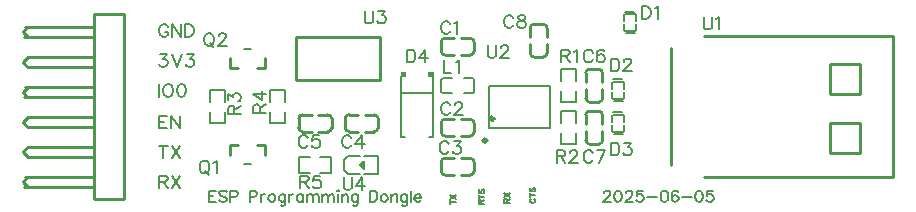
<source format=gto>
G04 Layer: TopSilkscreenLayer*
G04 EasyEDA v6.5.50, 2025-07-01 14:26:41*
G04 10da637b71844612bdca41047c5aba70,f23c0848bd594b818c0f9a27fb038be7,10*
G04 Gerber Generator version 0.2*
G04 Scale: 100 percent, Rotated: No, Reflected: No *
G04 Dimensions in millimeters *
G04 leading zeros omitted , absolute positions ,4 integer and 5 decimal *
%FSLAX45Y45*%
%MOMM*%

%ADD10C,0.2032*%
%ADD11C,0.1524*%
%ADD12C,0.1500*%
%ADD13C,0.2540*%
%ADD14C,0.1520*%
%ADD15C,0.2000*%
%ADD16C,0.3000*%
%ADD17C,0.0140*%

%LPD*%
D10*
X1447800Y8178037D02*
G01*
X1447800Y8082534D01*
X1447800Y8178037D02*
G01*
X1506981Y8178037D01*
X1447800Y8132571D02*
G01*
X1484121Y8132571D01*
X1447800Y8082534D02*
G01*
X1506981Y8082534D01*
X1600454Y8164576D02*
G01*
X1591310Y8173465D01*
X1577847Y8178037D01*
X1559560Y8178037D01*
X1546097Y8173465D01*
X1536954Y8164576D01*
X1536954Y8155431D01*
X1541526Y8146287D01*
X1546097Y8141715D01*
X1554987Y8137144D01*
X1582420Y8128000D01*
X1591310Y8123681D01*
X1595881Y8119110D01*
X1600454Y8109965D01*
X1600454Y8096250D01*
X1591310Y8087105D01*
X1577847Y8082534D01*
X1559560Y8082534D01*
X1546097Y8087105D01*
X1536954Y8096250D01*
X1630426Y8178037D02*
G01*
X1630426Y8082534D01*
X1630426Y8178037D02*
G01*
X1671320Y8178037D01*
X1685036Y8173465D01*
X1689607Y8168894D01*
X1694179Y8160004D01*
X1694179Y8146287D01*
X1689607Y8137144D01*
X1685036Y8132571D01*
X1671320Y8128000D01*
X1630426Y8128000D01*
X1794255Y8178037D02*
G01*
X1794255Y8082534D01*
X1794255Y8178037D02*
G01*
X1835150Y8178037D01*
X1848612Y8173465D01*
X1853184Y8168894D01*
X1857755Y8160004D01*
X1857755Y8146287D01*
X1853184Y8137144D01*
X1848612Y8132571D01*
X1835150Y8128000D01*
X1794255Y8128000D01*
X1887728Y8146287D02*
G01*
X1887728Y8082534D01*
X1887728Y8119110D02*
G01*
X1892300Y8132571D01*
X1901444Y8141715D01*
X1910587Y8146287D01*
X1924050Y8146287D01*
X1976881Y8146287D02*
G01*
X1967738Y8141715D01*
X1958593Y8132571D01*
X1954275Y8119110D01*
X1954275Y8109965D01*
X1958593Y8096250D01*
X1967738Y8087105D01*
X1976881Y8082534D01*
X1990597Y8082534D01*
X1999741Y8087105D01*
X2008631Y8096250D01*
X2013204Y8109965D01*
X2013204Y8119110D01*
X2008631Y8132571D01*
X1999741Y8141715D01*
X1990597Y8146287D01*
X1976881Y8146287D01*
X2097786Y8146287D02*
G01*
X2097786Y8073644D01*
X2093213Y8059928D01*
X2088641Y8055355D01*
X2079497Y8050784D01*
X2066036Y8050784D01*
X2056891Y8055355D01*
X2097786Y8132571D02*
G01*
X2088641Y8141715D01*
X2079497Y8146287D01*
X2066036Y8146287D01*
X2056891Y8141715D01*
X2047747Y8132571D01*
X2043175Y8119110D01*
X2043175Y8109965D01*
X2047747Y8096250D01*
X2056891Y8087105D01*
X2066036Y8082534D01*
X2079497Y8082534D01*
X2088641Y8087105D01*
X2097786Y8096250D01*
X2127758Y8146287D02*
G01*
X2127758Y8082534D01*
X2127758Y8119110D02*
G01*
X2132329Y8132571D01*
X2141474Y8141715D01*
X2150618Y8146287D01*
X2164079Y8146287D01*
X2248661Y8146287D02*
G01*
X2248661Y8082534D01*
X2248661Y8132571D02*
G01*
X2239518Y8141715D01*
X2230627Y8146287D01*
X2216911Y8146287D01*
X2207768Y8141715D01*
X2198624Y8132571D01*
X2194052Y8119110D01*
X2194052Y8109965D01*
X2198624Y8096250D01*
X2207768Y8087105D01*
X2216911Y8082534D01*
X2230627Y8082534D01*
X2239518Y8087105D01*
X2248661Y8096250D01*
X2278634Y8146287D02*
G01*
X2278634Y8082534D01*
X2278634Y8128000D02*
G01*
X2292350Y8141715D01*
X2301493Y8146287D01*
X2314956Y8146287D01*
X2324100Y8141715D01*
X2328672Y8128000D01*
X2328672Y8082534D01*
X2328672Y8128000D02*
G01*
X2342388Y8141715D01*
X2351531Y8146287D01*
X2364993Y8146287D01*
X2374138Y8141715D01*
X2378709Y8128000D01*
X2378709Y8082534D01*
X2408681Y8146287D02*
G01*
X2408681Y8082534D01*
X2408681Y8128000D02*
G01*
X2422397Y8141715D01*
X2431541Y8146287D01*
X2445004Y8146287D01*
X2454147Y8141715D01*
X2458720Y8128000D01*
X2458720Y8082534D01*
X2458720Y8128000D02*
G01*
X2472436Y8141715D01*
X2481325Y8146287D01*
X2495041Y8146287D01*
X2504186Y8141715D01*
X2508758Y8128000D01*
X2508758Y8082534D01*
X2538729Y8178037D02*
G01*
X2543302Y8173465D01*
X2547874Y8178037D01*
X2543302Y8182610D01*
X2538729Y8178037D01*
X2543302Y8146287D02*
G01*
X2543302Y8082534D01*
X2577845Y8146287D02*
G01*
X2577845Y8082534D01*
X2577845Y8128000D02*
G01*
X2591308Y8141715D01*
X2600452Y8146287D01*
X2614168Y8146287D01*
X2623311Y8141715D01*
X2627884Y8128000D01*
X2627884Y8082534D01*
X2712465Y8146287D02*
G01*
X2712465Y8073644D01*
X2707893Y8059928D01*
X2703322Y8055355D01*
X2694177Y8050784D01*
X2680461Y8050784D01*
X2671318Y8055355D01*
X2712465Y8132571D02*
G01*
X2703322Y8141715D01*
X2694177Y8146287D01*
X2680461Y8146287D01*
X2671318Y8141715D01*
X2662427Y8132571D01*
X2657856Y8119110D01*
X2657856Y8109965D01*
X2662427Y8096250D01*
X2671318Y8087105D01*
X2680461Y8082534D01*
X2694177Y8082534D01*
X2703322Y8087105D01*
X2712465Y8096250D01*
X2812288Y8178037D02*
G01*
X2812288Y8082534D01*
X2812288Y8178037D02*
G01*
X2844038Y8178037D01*
X2857754Y8173465D01*
X2866897Y8164576D01*
X2871470Y8155431D01*
X2876041Y8141715D01*
X2876041Y8119110D01*
X2871470Y8105394D01*
X2866897Y8096250D01*
X2857754Y8087105D01*
X2844038Y8082534D01*
X2812288Y8082534D01*
X2928620Y8146287D02*
G01*
X2919729Y8141715D01*
X2910586Y8132571D01*
X2906013Y8119110D01*
X2906013Y8109965D01*
X2910586Y8096250D01*
X2919729Y8087105D01*
X2928620Y8082534D01*
X2942336Y8082534D01*
X2951479Y8087105D01*
X2960624Y8096250D01*
X2965195Y8109965D01*
X2965195Y8119110D01*
X2960624Y8132571D01*
X2951479Y8141715D01*
X2942336Y8146287D01*
X2928620Y8146287D01*
X2995168Y8146287D02*
G01*
X2995168Y8082534D01*
X2995168Y8128000D02*
G01*
X3008629Y8141715D01*
X3017774Y8146287D01*
X3031490Y8146287D01*
X3040634Y8141715D01*
X3044952Y8128000D01*
X3044952Y8082534D01*
X3129534Y8146287D02*
G01*
X3129534Y8073644D01*
X3124961Y8059928D01*
X3120643Y8055355D01*
X3111500Y8050784D01*
X3097784Y8050784D01*
X3088640Y8055355D01*
X3129534Y8132571D02*
G01*
X3120643Y8141715D01*
X3111500Y8146287D01*
X3097784Y8146287D01*
X3088640Y8141715D01*
X3079495Y8132571D01*
X3075177Y8119110D01*
X3075177Y8109965D01*
X3079495Y8096250D01*
X3088640Y8087105D01*
X3097784Y8082534D01*
X3111500Y8082534D01*
X3120643Y8087105D01*
X3129534Y8096250D01*
X3159506Y8178037D02*
G01*
X3159506Y8082534D01*
X3189731Y8119110D02*
G01*
X3244088Y8119110D01*
X3244088Y8128000D01*
X3239515Y8137144D01*
X3234943Y8141715D01*
X3226054Y8146287D01*
X3212338Y8146287D01*
X3203193Y8141715D01*
X3194050Y8132571D01*
X3189731Y8119110D01*
X3189731Y8109965D01*
X3194050Y8096250D01*
X3203193Y8087105D01*
X3212338Y8082534D01*
X3226054Y8082534D01*
X3234943Y8087105D01*
X3244088Y8096250D01*
X4792472Y8155431D02*
G01*
X4792472Y8160004D01*
X4797043Y8168894D01*
X4801615Y8173465D01*
X4810506Y8178037D01*
X4828793Y8178037D01*
X4837938Y8173465D01*
X4842509Y8168894D01*
X4847081Y8160004D01*
X4847081Y8150860D01*
X4842509Y8141715D01*
X4833365Y8128000D01*
X4787900Y8082534D01*
X4851654Y8082534D01*
X4908804Y8178037D02*
G01*
X4895088Y8173465D01*
X4886197Y8160004D01*
X4881625Y8137144D01*
X4881625Y8123681D01*
X4886197Y8100821D01*
X4895088Y8087105D01*
X4908804Y8082534D01*
X4917947Y8082534D01*
X4931409Y8087105D01*
X4940554Y8100821D01*
X4945125Y8123681D01*
X4945125Y8137144D01*
X4940554Y8160004D01*
X4931409Y8173465D01*
X4917947Y8178037D01*
X4908804Y8178037D01*
X4979670Y8155431D02*
G01*
X4979670Y8160004D01*
X4984241Y8168894D01*
X4988813Y8173465D01*
X4997958Y8178037D01*
X5015991Y8178037D01*
X5025136Y8173465D01*
X5029708Y8168894D01*
X5034279Y8160004D01*
X5034279Y8150860D01*
X5029708Y8141715D01*
X5020563Y8128000D01*
X4975097Y8082534D01*
X5038852Y8082534D01*
X5123434Y8178037D02*
G01*
X5077968Y8178037D01*
X5073395Y8137144D01*
X5077968Y8141715D01*
X5091429Y8146287D01*
X5105145Y8146287D01*
X5118861Y8141715D01*
X5128006Y8132571D01*
X5132324Y8119110D01*
X5132324Y8109965D01*
X5128006Y8096250D01*
X5118861Y8087105D01*
X5105145Y8082534D01*
X5091429Y8082534D01*
X5077968Y8087105D01*
X5073395Y8091678D01*
X5068824Y8100821D01*
X5162550Y8123681D02*
G01*
X5244338Y8123681D01*
X5301488Y8178037D02*
G01*
X5288025Y8173465D01*
X5278881Y8160004D01*
X5274309Y8137144D01*
X5274309Y8123681D01*
X5278881Y8100821D01*
X5288025Y8087105D01*
X5301488Y8082534D01*
X5310631Y8082534D01*
X5324347Y8087105D01*
X5333238Y8100821D01*
X5337809Y8123681D01*
X5337809Y8137144D01*
X5333238Y8160004D01*
X5324347Y8173465D01*
X5310631Y8178037D01*
X5301488Y8178037D01*
X5422391Y8164576D02*
G01*
X5417820Y8173465D01*
X5404358Y8178037D01*
X5395213Y8178037D01*
X5381497Y8173465D01*
X5372354Y8160004D01*
X5367781Y8137144D01*
X5367781Y8114537D01*
X5372354Y8096250D01*
X5381497Y8087105D01*
X5395213Y8082534D01*
X5399786Y8082534D01*
X5413247Y8087105D01*
X5422391Y8096250D01*
X5426963Y8109965D01*
X5426963Y8114537D01*
X5422391Y8128000D01*
X5413247Y8137144D01*
X5399786Y8141715D01*
X5395213Y8141715D01*
X5381497Y8137144D01*
X5372354Y8128000D01*
X5367781Y8114537D01*
X5456936Y8123681D02*
G01*
X5538724Y8123681D01*
X5596127Y8178037D02*
G01*
X5582411Y8173465D01*
X5573268Y8160004D01*
X5568695Y8137144D01*
X5568695Y8123681D01*
X5573268Y8100821D01*
X5582411Y8087105D01*
X5596127Y8082534D01*
X5605272Y8082534D01*
X5618734Y8087105D01*
X5627877Y8100821D01*
X5632450Y8123681D01*
X5632450Y8137144D01*
X5627877Y8160004D01*
X5618734Y8173465D01*
X5605272Y8178037D01*
X5596127Y8178037D01*
X5717031Y8178037D02*
G01*
X5671565Y8178037D01*
X5666993Y8137144D01*
X5671565Y8141715D01*
X5685281Y8146287D01*
X5698743Y8146287D01*
X5712459Y8141715D01*
X5721604Y8132571D01*
X5726175Y8119110D01*
X5726175Y8109965D01*
X5721604Y8096250D01*
X5712459Y8087105D01*
X5698743Y8082534D01*
X5685281Y8082534D01*
X5671565Y8087105D01*
X5666993Y8091678D01*
X5662422Y8100821D01*
D11*
X1106678Y9563608D02*
G01*
X1101344Y9574021D01*
X1090929Y9584436D01*
X1080770Y9589515D01*
X1059942Y9589515D01*
X1049528Y9584436D01*
X1039113Y9574021D01*
X1033779Y9563608D01*
X1028700Y9547860D01*
X1028700Y9521952D01*
X1033779Y9506458D01*
X1039113Y9496044D01*
X1049528Y9485629D01*
X1059942Y9480550D01*
X1080770Y9480550D01*
X1090929Y9485629D01*
X1101344Y9496044D01*
X1106678Y9506458D01*
X1106678Y9521952D01*
X1080770Y9521952D02*
G01*
X1106678Y9521952D01*
X1140968Y9589515D02*
G01*
X1140968Y9480550D01*
X1140968Y9589515D02*
G01*
X1213612Y9480550D01*
X1213612Y9589515D02*
G01*
X1213612Y9480550D01*
X1247902Y9589515D02*
G01*
X1247902Y9480550D01*
X1247902Y9589515D02*
G01*
X1284223Y9589515D01*
X1299971Y9584436D01*
X1310386Y9574021D01*
X1315465Y9563608D01*
X1320800Y9547860D01*
X1320800Y9521952D01*
X1315465Y9506458D01*
X1310386Y9496044D01*
X1299971Y9485629D01*
X1284223Y9480550D01*
X1247902Y9480550D01*
X1039113Y9335515D02*
G01*
X1096263Y9335515D01*
X1065021Y9293860D01*
X1080770Y9293860D01*
X1090929Y9288779D01*
X1096263Y9283700D01*
X1101344Y9267952D01*
X1101344Y9257537D01*
X1096263Y9242044D01*
X1085850Y9231629D01*
X1070355Y9226550D01*
X1054607Y9226550D01*
X1039113Y9231629D01*
X1033779Y9236710D01*
X1028700Y9247124D01*
X1135634Y9335515D02*
G01*
X1177289Y9226550D01*
X1218945Y9335515D02*
G01*
X1177289Y9226550D01*
X1263650Y9335515D02*
G01*
X1320800Y9335515D01*
X1289557Y9293860D01*
X1305052Y9293860D01*
X1315465Y9288779D01*
X1320800Y9283700D01*
X1325879Y9267952D01*
X1325879Y9257537D01*
X1320800Y9242044D01*
X1310386Y9231629D01*
X1294637Y9226550D01*
X1279144Y9226550D01*
X1263650Y9231629D01*
X1258315Y9236710D01*
X1253236Y9247124D01*
X1028700Y9081515D02*
G01*
X1028700Y8972550D01*
X1094231Y9081515D02*
G01*
X1083818Y9076436D01*
X1073404Y9066021D01*
X1068070Y9055608D01*
X1062989Y9039860D01*
X1062989Y9013952D01*
X1068070Y8998458D01*
X1073404Y8988044D01*
X1083818Y8977629D01*
X1094231Y8972550D01*
X1115060Y8972550D01*
X1125220Y8977629D01*
X1135634Y8988044D01*
X1140968Y8998458D01*
X1146047Y9013952D01*
X1146047Y9039860D01*
X1140968Y9055608D01*
X1135634Y9066021D01*
X1125220Y9076436D01*
X1115060Y9081515D01*
X1094231Y9081515D01*
X1211579Y9081515D02*
G01*
X1196086Y9076436D01*
X1185671Y9060687D01*
X1180337Y9034779D01*
X1180337Y9019286D01*
X1185671Y8993124D01*
X1196086Y8977629D01*
X1211579Y8972550D01*
X1221994Y8972550D01*
X1237487Y8977629D01*
X1247902Y8993124D01*
X1253236Y9019286D01*
X1253236Y9034779D01*
X1247902Y9060687D01*
X1237487Y9076436D01*
X1221994Y9081515D01*
X1211579Y9081515D01*
X1028700Y8814815D02*
G01*
X1028700Y8705850D01*
X1028700Y8814815D02*
G01*
X1096263Y8814815D01*
X1028700Y8763000D02*
G01*
X1070355Y8763000D01*
X1028700Y8705850D02*
G01*
X1096263Y8705850D01*
X1130554Y8814815D02*
G01*
X1130554Y8705850D01*
X1130554Y8814815D02*
G01*
X1203197Y8705850D01*
X1203197Y8814815D02*
G01*
X1203197Y8705850D01*
X1065021Y8560815D02*
G01*
X1065021Y8451850D01*
X1028700Y8560815D02*
G01*
X1101344Y8560815D01*
X1135634Y8560815D02*
G01*
X1208531Y8451850D01*
X1208531Y8560815D02*
G01*
X1135634Y8451850D01*
X1028700Y8306815D02*
G01*
X1028700Y8197850D01*
X1028700Y8306815D02*
G01*
X1075436Y8306815D01*
X1090929Y8301736D01*
X1096263Y8296402D01*
X1101344Y8285987D01*
X1101344Y8275573D01*
X1096263Y8265160D01*
X1090929Y8260079D01*
X1075436Y8255000D01*
X1028700Y8255000D01*
X1065021Y8255000D02*
G01*
X1101344Y8197850D01*
X1135634Y8306815D02*
G01*
X1208531Y8197850D01*
X1208531Y8306815D02*
G01*
X1135634Y8197850D01*
X3492754Y8080502D02*
G01*
X3540506Y8080502D01*
X3492754Y8064500D02*
G01*
X3492754Y8096250D01*
X3492754Y8111236D02*
G01*
X3540506Y8143239D01*
X3492754Y8143239D02*
G01*
X3540506Y8111236D01*
X3949954Y8077200D02*
G01*
X3997706Y8077200D01*
X3949954Y8077200D02*
G01*
X3949954Y8097773D01*
X3952240Y8104378D01*
X3954525Y8106663D01*
X3959097Y8108950D01*
X3963670Y8108950D01*
X3968241Y8106663D01*
X3970527Y8104378D01*
X3972813Y8097773D01*
X3972813Y8077200D01*
X3972813Y8093202D02*
G01*
X3997706Y8108950D01*
X3949954Y8123936D02*
G01*
X3997706Y8155939D01*
X3949954Y8155939D02*
G01*
X3997706Y8123936D01*
X3734054Y8064500D02*
G01*
X3781806Y8064500D01*
X3734054Y8064500D02*
G01*
X3734054Y8085073D01*
X3736340Y8091678D01*
X3738625Y8093963D01*
X3743197Y8096250D01*
X3747770Y8096250D01*
X3752341Y8093963D01*
X3754627Y8091678D01*
X3756913Y8085073D01*
X3756913Y8064500D01*
X3756913Y8080502D02*
G01*
X3781806Y8096250D01*
X3734054Y8127237D02*
G01*
X3781806Y8127237D01*
X3734054Y8111236D02*
G01*
X3734054Y8143239D01*
X3740911Y8189976D02*
G01*
X3736340Y8185404D01*
X3734054Y8178545D01*
X3734054Y8169402D01*
X3736340Y8162797D01*
X3740911Y8158226D01*
X3745484Y8158226D01*
X3750056Y8160512D01*
X3752341Y8162797D01*
X3754627Y8167115D01*
X3759200Y8180831D01*
X3761486Y8185404D01*
X3763772Y8187689D01*
X3768343Y8189976D01*
X3774947Y8189976D01*
X3779520Y8185404D01*
X3781806Y8178545D01*
X3781806Y8169402D01*
X3779520Y8162797D01*
X3774947Y8158226D01*
X4177284Y8111236D02*
G01*
X4172711Y8108950D01*
X4168140Y8104378D01*
X4165854Y8099805D01*
X4165854Y8090915D01*
X4168140Y8086344D01*
X4172711Y8081771D01*
X4177284Y8079486D01*
X4184141Y8077200D01*
X4195572Y8077200D01*
X4202429Y8079486D01*
X4206747Y8081771D01*
X4211320Y8086344D01*
X4213606Y8090915D01*
X4213606Y8099805D01*
X4211320Y8104378D01*
X4206747Y8108950D01*
X4202429Y8111236D01*
X4165854Y8142223D02*
G01*
X4213606Y8142223D01*
X4165854Y8126221D02*
G01*
X4165854Y8158226D01*
X4172711Y8204962D02*
G01*
X4168140Y8200389D01*
X4165854Y8193531D01*
X4165854Y8184387D01*
X4168140Y8177529D01*
X4172711Y8173212D01*
X4177284Y8173212D01*
X4181856Y8175497D01*
X4184141Y8177529D01*
X4186427Y8182102D01*
X4191000Y8195818D01*
X4193286Y8200389D01*
X4195572Y8202676D01*
X4200143Y8204962D01*
X4206747Y8204962D01*
X4211320Y8200389D01*
X4213606Y8193531D01*
X4213606Y8184387D01*
X4211320Y8177529D01*
X4206747Y8173212D01*
X2222500Y8306815D02*
G01*
X2222500Y8197850D01*
X2222500Y8306815D02*
G01*
X2269236Y8306815D01*
X2284729Y8301736D01*
X2290063Y8296402D01*
X2295143Y8285987D01*
X2295143Y8275573D01*
X2290063Y8265160D01*
X2284729Y8260079D01*
X2269236Y8255000D01*
X2222500Y8255000D01*
X2258822Y8255000D02*
G01*
X2295143Y8197850D01*
X2391918Y8306815D02*
G01*
X2339847Y8306815D01*
X2334768Y8260079D01*
X2339847Y8265160D01*
X2355595Y8270494D01*
X2371090Y8270494D01*
X2386584Y8265160D01*
X2396997Y8255000D01*
X2402331Y8239252D01*
X2402331Y8228837D01*
X2396997Y8213344D01*
X2386584Y8202929D01*
X2371090Y8197850D01*
X2355595Y8197850D01*
X2339847Y8202929D01*
X2334768Y8208010D01*
X2329434Y8218423D01*
X2590800Y8294115D02*
G01*
X2590800Y8216137D01*
X2595879Y8200644D01*
X2606293Y8190229D01*
X2622041Y8185150D01*
X2632456Y8185150D01*
X2647950Y8190229D01*
X2658363Y8200644D01*
X2663443Y8216137D01*
X2663443Y8294115D01*
X2749804Y8294115D02*
G01*
X2697734Y8221471D01*
X2775711Y8221471D01*
X2749804Y8294115D02*
G01*
X2749804Y8185150D01*
X3494277Y9589008D02*
G01*
X3488943Y9599421D01*
X3478529Y9609836D01*
X3468370Y9614915D01*
X3447541Y9614915D01*
X3437127Y9609836D01*
X3426713Y9599421D01*
X3421379Y9589008D01*
X3416300Y9573260D01*
X3416300Y9547352D01*
X3421379Y9531858D01*
X3426713Y9521444D01*
X3437127Y9511029D01*
X3447541Y9505950D01*
X3468370Y9505950D01*
X3478529Y9511029D01*
X3488943Y9521444D01*
X3494277Y9531858D01*
X3528568Y9594087D02*
G01*
X3538981Y9599421D01*
X3554475Y9614915D01*
X3554475Y9505950D01*
X3494277Y8903208D02*
G01*
X3488943Y8913621D01*
X3478529Y8924036D01*
X3468370Y8929115D01*
X3447541Y8929115D01*
X3437127Y8924036D01*
X3426713Y8913621D01*
X3421379Y8903208D01*
X3416300Y8887460D01*
X3416300Y8861552D01*
X3421379Y8846058D01*
X3426713Y8835644D01*
X3437127Y8825229D01*
X3447541Y8820150D01*
X3468370Y8820150D01*
X3478529Y8825229D01*
X3488943Y8835644D01*
X3494277Y8846058D01*
X3533647Y8903208D02*
G01*
X3533647Y8908287D01*
X3538981Y8918702D01*
X3544061Y8924036D01*
X3554475Y8929115D01*
X3575304Y8929115D01*
X3585718Y8924036D01*
X3590797Y8918702D01*
X3596131Y8908287D01*
X3596131Y8897874D01*
X3590797Y8887460D01*
X3580384Y8871965D01*
X3528568Y8820150D01*
X3601211Y8820150D01*
X4700777Y9347708D02*
G01*
X4695443Y9358121D01*
X4685029Y9368536D01*
X4674870Y9373615D01*
X4654041Y9373615D01*
X4643627Y9368536D01*
X4633213Y9358121D01*
X4627879Y9347708D01*
X4622800Y9331960D01*
X4622800Y9306052D01*
X4627879Y9290558D01*
X4633213Y9280144D01*
X4643627Y9269729D01*
X4654041Y9264650D01*
X4674870Y9264650D01*
X4685029Y9269729D01*
X4695443Y9280144D01*
X4700777Y9290558D01*
X4797297Y9358121D02*
G01*
X4792218Y9368536D01*
X4776470Y9373615D01*
X4766309Y9373615D01*
X4750561Y9368536D01*
X4740147Y9352787D01*
X4735068Y9326879D01*
X4735068Y9300971D01*
X4740147Y9280144D01*
X4750561Y9269729D01*
X4766309Y9264650D01*
X4771390Y9264650D01*
X4786884Y9269729D01*
X4797297Y9280144D01*
X4802631Y9295637D01*
X4802631Y9300971D01*
X4797297Y9316465D01*
X4786884Y9326879D01*
X4771390Y9331960D01*
X4766309Y9331960D01*
X4750561Y9326879D01*
X4740147Y9316465D01*
X4735068Y9300971D01*
X5118100Y9741915D02*
G01*
X5118100Y9632950D01*
X5118100Y9741915D02*
G01*
X5154422Y9741915D01*
X5170170Y9736836D01*
X5180329Y9726421D01*
X5185663Y9716008D01*
X5190743Y9700260D01*
X5190743Y9674352D01*
X5185663Y9658858D01*
X5180329Y9648444D01*
X5170170Y9638029D01*
X5154422Y9632950D01*
X5118100Y9632950D01*
X5225034Y9721087D02*
G01*
X5235447Y9726421D01*
X5251195Y9741915D01*
X5251195Y9632950D01*
X4851400Y9297415D02*
G01*
X4851400Y9188450D01*
X4851400Y9297415D02*
G01*
X4887722Y9297415D01*
X4903470Y9292336D01*
X4913629Y9281921D01*
X4918963Y9271508D01*
X4924043Y9255760D01*
X4924043Y9229852D01*
X4918963Y9214358D01*
X4913629Y9203944D01*
X4903470Y9193529D01*
X4887722Y9188450D01*
X4851400Y9188450D01*
X4963668Y9271508D02*
G01*
X4963668Y9276587D01*
X4968747Y9287002D01*
X4974081Y9292336D01*
X4984495Y9297415D01*
X5005070Y9297415D01*
X5015484Y9292336D01*
X5020818Y9287002D01*
X5025897Y9276587D01*
X5025897Y9266174D01*
X5020818Y9255760D01*
X5010404Y9240265D01*
X4958334Y9188450D01*
X5031231Y9188450D01*
X4851400Y8586215D02*
G01*
X4851400Y8477250D01*
X4851400Y8586215D02*
G01*
X4887722Y8586215D01*
X4903470Y8581136D01*
X4913629Y8570721D01*
X4918963Y8560308D01*
X4924043Y8544560D01*
X4924043Y8518652D01*
X4918963Y8503158D01*
X4913629Y8492744D01*
X4903470Y8482329D01*
X4887722Y8477250D01*
X4851400Y8477250D01*
X4968747Y8586215D02*
G01*
X5025897Y8586215D01*
X4994909Y8544560D01*
X5010404Y8544560D01*
X5020818Y8539479D01*
X5025897Y8534400D01*
X5031231Y8518652D01*
X5031231Y8508237D01*
X5025897Y8492744D01*
X5015484Y8482329D01*
X4999990Y8477250D01*
X4984495Y8477250D01*
X4968747Y8482329D01*
X4963668Y8487410D01*
X4958334Y8497824D01*
X3441700Y9284715D02*
G01*
X3441700Y9175750D01*
X3441700Y9175750D02*
G01*
X3503929Y9175750D01*
X3538220Y9263887D02*
G01*
X3548634Y9269221D01*
X3564381Y9284715D01*
X3564381Y9175750D01*
X1402842Y8433815D02*
G01*
X1392428Y8428736D01*
X1382013Y8418321D01*
X1376679Y8407908D01*
X1371600Y8392160D01*
X1371600Y8366252D01*
X1376679Y8350758D01*
X1382013Y8340344D01*
X1392428Y8329929D01*
X1402842Y8324850D01*
X1423670Y8324850D01*
X1433829Y8329929D01*
X1444244Y8340344D01*
X1449578Y8350758D01*
X1454657Y8366252D01*
X1454657Y8392160D01*
X1449578Y8407908D01*
X1444244Y8418321D01*
X1433829Y8428736D01*
X1423670Y8433815D01*
X1402842Y8433815D01*
X1418336Y8345423D02*
G01*
X1449578Y8314436D01*
X1488947Y8412987D02*
G01*
X1499362Y8418321D01*
X1515110Y8433815D01*
X1515110Y8324850D01*
X1440942Y9513315D02*
G01*
X1430528Y9508236D01*
X1420113Y9497821D01*
X1414779Y9487408D01*
X1409700Y9471660D01*
X1409700Y9445752D01*
X1414779Y9430258D01*
X1420113Y9419844D01*
X1430528Y9409429D01*
X1440942Y9404350D01*
X1461770Y9404350D01*
X1471929Y9409429D01*
X1482344Y9419844D01*
X1487678Y9430258D01*
X1492757Y9445752D01*
X1492757Y9471660D01*
X1487678Y9487408D01*
X1482344Y9497821D01*
X1471929Y9508236D01*
X1461770Y9513315D01*
X1440942Y9513315D01*
X1456436Y9424924D02*
G01*
X1487678Y9393936D01*
X1532381Y9487408D02*
G01*
X1532381Y9492487D01*
X1537462Y9502902D01*
X1542795Y9508236D01*
X1553210Y9513315D01*
X1573784Y9513315D01*
X1584197Y9508236D01*
X1589531Y9502902D01*
X1594612Y9492487D01*
X1594612Y9482074D01*
X1589531Y9471660D01*
X1579118Y9456165D01*
X1527047Y9404350D01*
X1599945Y9404350D01*
X1611884Y8826500D02*
G01*
X1720850Y8826500D01*
X1611884Y8826500D02*
G01*
X1611884Y8873236D01*
X1616963Y8888729D01*
X1622297Y8894063D01*
X1632712Y8899144D01*
X1643126Y8899144D01*
X1653539Y8894063D01*
X1658620Y8888729D01*
X1663700Y8873236D01*
X1663700Y8826500D01*
X1663700Y8862821D02*
G01*
X1720850Y8899144D01*
X1611884Y8943847D02*
G01*
X1611884Y9000997D01*
X1653539Y8970010D01*
X1653539Y8985504D01*
X1658620Y8995918D01*
X1663700Y9000997D01*
X1679447Y9006331D01*
X1689862Y9006331D01*
X1705355Y9000997D01*
X1715770Y8990584D01*
X1720850Y8975089D01*
X1720850Y8959595D01*
X1715770Y8943847D01*
X1710689Y8938768D01*
X1700276Y8933434D01*
X5638800Y9653015D02*
G01*
X5638800Y9575037D01*
X5643879Y9559544D01*
X5654293Y9549129D01*
X5670041Y9544050D01*
X5680456Y9544050D01*
X5695950Y9549129D01*
X5706363Y9559544D01*
X5711443Y9575037D01*
X5711443Y9653015D01*
X5745734Y9632187D02*
G01*
X5756147Y9637521D01*
X5771895Y9653015D01*
X5771895Y9544050D01*
X3810000Y9411715D02*
G01*
X3810000Y9333737D01*
X3815079Y9318244D01*
X3825493Y9307829D01*
X3841241Y9302750D01*
X3851656Y9302750D01*
X3867150Y9307829D01*
X3877563Y9318244D01*
X3882643Y9333737D01*
X3882643Y9411715D01*
X3922268Y9385808D02*
G01*
X3922268Y9390887D01*
X3927347Y9401302D01*
X3932681Y9406636D01*
X3943095Y9411715D01*
X3963670Y9411715D01*
X3974084Y9406636D01*
X3979418Y9401302D01*
X3984497Y9390887D01*
X3984497Y9380474D01*
X3979418Y9370060D01*
X3969004Y9354565D01*
X3916934Y9302750D01*
X3989831Y9302750D01*
X2768600Y9703815D02*
G01*
X2768600Y9625837D01*
X2773679Y9610344D01*
X2784093Y9599929D01*
X2799841Y9594850D01*
X2810256Y9594850D01*
X2825750Y9599929D01*
X2836163Y9610344D01*
X2841243Y9625837D01*
X2841243Y9703815D01*
X2885947Y9703815D02*
G01*
X2943097Y9703815D01*
X2912109Y9662160D01*
X2927604Y9662160D01*
X2938018Y9657079D01*
X2943097Y9652000D01*
X2948431Y9636252D01*
X2948431Y9625837D01*
X2943097Y9610344D01*
X2932684Y9599929D01*
X2917190Y9594850D01*
X2901695Y9594850D01*
X2885947Y9599929D01*
X2880868Y9605010D01*
X2875534Y9615424D01*
X3481522Y8573008D02*
G01*
X3476442Y8583421D01*
X3466028Y8593836D01*
X3455614Y8598915D01*
X3434786Y8598915D01*
X3424372Y8593836D01*
X3413958Y8583421D01*
X3408878Y8573008D01*
X3403544Y8557260D01*
X3403544Y8531352D01*
X3408878Y8515858D01*
X3413958Y8505444D01*
X3424372Y8495029D01*
X3434786Y8489950D01*
X3455614Y8489950D01*
X3466028Y8495029D01*
X3476442Y8505444D01*
X3481522Y8515858D01*
X3526226Y8598915D02*
G01*
X3583376Y8598915D01*
X3552134Y8557260D01*
X3567882Y8557260D01*
X3578042Y8552179D01*
X3583376Y8547100D01*
X3588456Y8531352D01*
X3588456Y8520937D01*
X3583376Y8505444D01*
X3572962Y8495029D01*
X3557468Y8489950D01*
X3541720Y8489950D01*
X3526226Y8495029D01*
X3520892Y8500110D01*
X3515812Y8510524D01*
X2656022Y8623808D02*
G01*
X2650942Y8634221D01*
X2640528Y8644636D01*
X2630114Y8649715D01*
X2609286Y8649715D01*
X2598872Y8644636D01*
X2588458Y8634221D01*
X2583378Y8623808D01*
X2578044Y8608060D01*
X2578044Y8582152D01*
X2583378Y8566658D01*
X2588458Y8556244D01*
X2598872Y8545829D01*
X2609286Y8540750D01*
X2630114Y8540750D01*
X2640528Y8545829D01*
X2650942Y8556244D01*
X2656022Y8566658D01*
X2742382Y8649715D02*
G01*
X2690312Y8577071D01*
X2768290Y8577071D01*
X2742382Y8649715D02*
G01*
X2742382Y8540750D01*
X2287722Y8623808D02*
G01*
X2282642Y8634221D01*
X2272228Y8644636D01*
X2261814Y8649715D01*
X2240986Y8649715D01*
X2230572Y8644636D01*
X2220158Y8634221D01*
X2215078Y8623808D01*
X2209744Y8608060D01*
X2209744Y8582152D01*
X2215078Y8566658D01*
X2220158Y8556244D01*
X2230572Y8545829D01*
X2240986Y8540750D01*
X2261814Y8540750D01*
X2272228Y8545829D01*
X2282642Y8556244D01*
X2287722Y8566658D01*
X2384242Y8649715D02*
G01*
X2332426Y8649715D01*
X2327092Y8602979D01*
X2332426Y8608060D01*
X2347920Y8613394D01*
X2363668Y8613394D01*
X2379162Y8608060D01*
X2389576Y8597900D01*
X2394656Y8582152D01*
X2394656Y8571737D01*
X2389576Y8556244D01*
X2379162Y8545829D01*
X2363668Y8540750D01*
X2347920Y8540750D01*
X2332426Y8545829D01*
X2327092Y8550910D01*
X2322012Y8561324D01*
X4700722Y8496808D02*
G01*
X4695642Y8507221D01*
X4685228Y8517636D01*
X4674814Y8522715D01*
X4653986Y8522715D01*
X4643572Y8517636D01*
X4633158Y8507221D01*
X4628078Y8496808D01*
X4622744Y8481060D01*
X4622744Y8455152D01*
X4628078Y8439658D01*
X4633158Y8429244D01*
X4643572Y8418829D01*
X4653986Y8413750D01*
X4674814Y8413750D01*
X4685228Y8418829D01*
X4695642Y8429244D01*
X4700722Y8439658D01*
X4807656Y8522715D02*
G01*
X4755840Y8413750D01*
X4735012Y8522715D02*
G01*
X4807656Y8522715D01*
X3124118Y9373615D02*
G01*
X3124118Y9264650D01*
X3124118Y9373615D02*
G01*
X3160694Y9373615D01*
X3176188Y9368536D01*
X3186602Y9358121D01*
X3191682Y9347708D01*
X3197016Y9331960D01*
X3197016Y9306052D01*
X3191682Y9290558D01*
X3186602Y9280144D01*
X3176188Y9269729D01*
X3160694Y9264650D01*
X3124118Y9264650D01*
X3283122Y9373615D02*
G01*
X3231306Y9300971D01*
X3309284Y9300971D01*
X3283122Y9373615D02*
G01*
X3283122Y9264650D01*
X4432300Y9373615D02*
G01*
X4432300Y9264650D01*
X4432300Y9373615D02*
G01*
X4479036Y9373615D01*
X4494529Y9368536D01*
X4499863Y9363202D01*
X4504943Y9352787D01*
X4504943Y9342374D01*
X4499863Y9331960D01*
X4494529Y9326879D01*
X4479036Y9321800D01*
X4432300Y9321800D01*
X4468622Y9321800D02*
G01*
X4504943Y9264650D01*
X4539234Y9352787D02*
G01*
X4549647Y9358121D01*
X4565395Y9373615D01*
X4565395Y9264650D01*
X4394200Y8522715D02*
G01*
X4394200Y8413750D01*
X4394200Y8522715D02*
G01*
X4440936Y8522715D01*
X4456429Y8517636D01*
X4461763Y8512302D01*
X4466843Y8501887D01*
X4466843Y8491474D01*
X4461763Y8481060D01*
X4456429Y8475979D01*
X4440936Y8470900D01*
X4394200Y8470900D01*
X4430522Y8470900D02*
G01*
X4466843Y8413750D01*
X4506468Y8496808D02*
G01*
X4506468Y8501887D01*
X4511547Y8512302D01*
X4516881Y8517636D01*
X4527295Y8522715D01*
X4547870Y8522715D01*
X4558284Y8517636D01*
X4563618Y8512302D01*
X4568697Y8501887D01*
X4568697Y8491474D01*
X4563618Y8481060D01*
X4553204Y8465565D01*
X4501134Y8413750D01*
X4574031Y8413750D01*
X1827784Y8839121D02*
G01*
X1936750Y8839121D01*
X1827784Y8839121D02*
G01*
X1827784Y8885857D01*
X1832863Y8901605D01*
X1838197Y8906685D01*
X1848612Y8912019D01*
X1859026Y8912019D01*
X1869439Y8906685D01*
X1874520Y8901605D01*
X1879600Y8885857D01*
X1879600Y8839121D01*
X1879600Y8875443D02*
G01*
X1936750Y8912019D01*
X1827784Y8998125D02*
G01*
X1900428Y8946309D01*
X1900428Y9024033D01*
X1827784Y8998125D02*
G01*
X1936750Y8998125D01*
X4027677Y9639808D02*
G01*
X4022343Y9650221D01*
X4011929Y9660636D01*
X4001770Y9665715D01*
X3980941Y9665715D01*
X3970527Y9660636D01*
X3960113Y9650221D01*
X3954779Y9639808D01*
X3949700Y9624060D01*
X3949700Y9598152D01*
X3954779Y9582658D01*
X3960113Y9572244D01*
X3970527Y9561829D01*
X3980941Y9556750D01*
X4001770Y9556750D01*
X4011929Y9561829D01*
X4022343Y9572244D01*
X4027677Y9582658D01*
X4087875Y9665715D02*
G01*
X4072381Y9660636D01*
X4067047Y9650221D01*
X4067047Y9639808D01*
X4072381Y9629394D01*
X4082795Y9624060D01*
X4103370Y9618979D01*
X4119118Y9613900D01*
X4129531Y9603486D01*
X4134611Y9593071D01*
X4134611Y9577324D01*
X4129531Y9566910D01*
X4124197Y9561829D01*
X4108704Y9556750D01*
X4087875Y9556750D01*
X4072381Y9561829D01*
X4067047Y9566910D01*
X4061968Y9577324D01*
X4061968Y9593071D01*
X4067047Y9603486D01*
X4077461Y9613900D01*
X4093209Y9618979D01*
X4113784Y9624060D01*
X4124197Y9629394D01*
X4129531Y9639808D01*
X4129531Y9650221D01*
X4124197Y9660636D01*
X4108704Y9665715D01*
X4087875Y9665715D01*
G36*
X3306622Y9183217D02*
G01*
X3306622Y9137497D01*
X3353358Y9137497D01*
X3353358Y9183217D01*
G37*
G36*
X3072841Y9183217D02*
G01*
X3072841Y9137497D01*
X3119577Y9137497D01*
X3119577Y9183217D01*
G37*
X2392121Y8328639D02*
G01*
X2488008Y8328639D01*
X2488008Y8460760D01*
X2392121Y8460760D01*
X2306878Y8328639D02*
G01*
X2210991Y8328639D01*
X2210991Y8460760D01*
X2306878Y8460760D01*
D12*
X2765242Y8362348D02*
G01*
X2764246Y8362348D01*
X2731241Y8395352D01*
X2765242Y8430351D02*
G01*
X2765242Y8429353D01*
X2731241Y8395352D01*
X2765242Y8430351D02*
G01*
X2765242Y8362348D01*
X2767246Y8470358D02*
G01*
X2882247Y8470358D01*
X2767246Y8320346D02*
G01*
X2882247Y8320346D01*
X2882247Y8470348D02*
G01*
X2882247Y8322355D01*
X2729245Y8320115D02*
G01*
X2624234Y8320115D01*
X2594239Y8360122D02*
G01*
X2594239Y8350120D01*
X2624234Y8320115D01*
X2594239Y8430117D02*
G01*
X2594239Y8360122D01*
X2594239Y8430117D02*
G01*
X2594239Y8440132D01*
X2624234Y8470127D01*
X2729245Y8470127D02*
G01*
X2624234Y8470127D01*
X2765242Y8395352D02*
G01*
X2731241Y8395352D01*
D13*
X3584018Y9468957D02*
G01*
X3664016Y9468957D01*
X3527973Y9469003D02*
G01*
X3447976Y9469003D01*
X3584018Y9326989D02*
G01*
X3664016Y9326989D01*
X3527973Y9327037D02*
G01*
X3447976Y9327037D01*
X3694991Y9437974D02*
G01*
X3694991Y9357969D01*
X3416998Y9358022D02*
G01*
X3416998Y9438025D01*
X3527981Y8641242D02*
G01*
X3447983Y8641242D01*
X3584026Y8641196D02*
G01*
X3664023Y8641196D01*
X3527981Y8783210D02*
G01*
X3447983Y8783210D01*
X3584026Y8783162D02*
G01*
X3664023Y8783162D01*
X3417008Y8672225D02*
G01*
X3417008Y8752230D01*
X3695001Y8752177D02*
G01*
X3695001Y8672174D01*
X4782657Y9039781D02*
G01*
X4782657Y8959783D01*
X4782703Y9095826D02*
G01*
X4782703Y9175823D01*
X4640689Y9039781D02*
G01*
X4640689Y8959783D01*
X4640737Y9095826D02*
G01*
X4640737Y9175823D01*
X4751674Y8928808D02*
G01*
X4671669Y8928808D01*
X4671722Y9206801D02*
G01*
X4751725Y9206801D01*
D12*
X5068496Y9589206D02*
G01*
X5068496Y9541205D01*
X5068496Y9538208D01*
X5058493Y9528205D01*
X4984495Y9528205D01*
X4973495Y9528205D01*
X4966495Y9535205D01*
X4966495Y9588205D01*
X5057498Y9510204D02*
G01*
X4981496Y9510204D01*
X4975499Y9692187D02*
G01*
X5051501Y9692187D01*
X4964501Y9613186D02*
G01*
X4964501Y9661187D01*
X4964501Y9664184D01*
X4974503Y9674186D01*
X5048501Y9674186D01*
X5059502Y9674186D01*
X5066502Y9667186D01*
X5066502Y9614187D01*
X4862903Y8762293D02*
G01*
X4862903Y8810294D01*
X4862903Y8813292D01*
X4872906Y8823294D01*
X4946904Y8823294D01*
X4957904Y8823294D01*
X4964904Y8816294D01*
X4964904Y8763294D01*
X4873901Y8841295D02*
G01*
X4949903Y8841295D01*
X4955900Y8659312D02*
G01*
X4879898Y8659312D01*
X4966898Y8738313D02*
G01*
X4966898Y8690312D01*
X4966898Y8687315D01*
X4956896Y8677313D01*
X4882898Y8677313D01*
X4871897Y8677313D01*
X4864897Y8684313D01*
X4864897Y8737312D01*
X4966896Y9017706D02*
G01*
X4966896Y8969705D01*
X4966896Y8966708D01*
X4956893Y8956705D01*
X4882895Y8956705D01*
X4871895Y8956705D01*
X4864895Y8963705D01*
X4864895Y9016705D01*
X4955898Y8938704D02*
G01*
X4879896Y8938704D01*
X4873899Y9120687D02*
G01*
X4949901Y9120687D01*
X4862901Y9041686D02*
G01*
X4862901Y9089687D01*
X4862901Y9092684D01*
X4872903Y9102686D01*
X4946901Y9102686D01*
X4957902Y9102686D01*
X4964902Y9095686D01*
X4964902Y9042687D01*
D13*
X479000Y9671999D02*
G01*
X479000Y8108000D01*
X733000Y8108000D02*
G01*
X479000Y8108000D01*
X733000Y9671999D02*
G01*
X733000Y8108000D01*
X478995Y8801999D02*
G01*
X-80634Y8801999D01*
X-120997Y8761628D01*
X478995Y8715908D02*
G01*
X-82897Y8715908D01*
X-120997Y8754008D01*
X449000Y9054183D02*
G01*
X-110629Y9054183D01*
X449000Y8968092D02*
G01*
X-112897Y8968092D01*
X479000Y9054183D02*
G01*
X-80629Y9054183D01*
X-120997Y9013812D01*
X479000Y8968092D02*
G01*
X-82897Y8968092D01*
X-120997Y9006192D01*
X479000Y9308089D02*
G01*
X-80629Y9308089D01*
X-120997Y9267718D01*
X479000Y9221998D02*
G01*
X-82897Y9221998D01*
X-120997Y9260098D01*
X449000Y9568091D02*
G01*
X-110629Y9568091D01*
X449000Y9482000D02*
G01*
X-112897Y9482000D01*
X479000Y9568091D02*
G01*
X-80629Y9568091D01*
X-120997Y9527722D01*
X479000Y9482000D02*
G01*
X-82897Y9482000D01*
X-120997Y9520100D01*
X449000Y8298091D02*
G01*
X-110629Y8298091D01*
X449000Y8212000D02*
G01*
X-112897Y8212000D01*
X479000Y8298091D02*
G01*
X-80629Y8298091D01*
X-120997Y8257722D01*
X479000Y8212000D02*
G01*
X-82897Y8212000D01*
X-120997Y8250100D01*
X479000Y8551999D02*
G01*
X-80629Y8551999D01*
X-120997Y8511628D01*
X479000Y8465908D02*
G01*
X-82897Y8465908D01*
X-120997Y8504008D01*
X479000Y9671999D02*
G01*
X733000Y9671999D01*
D11*
X3683000Y9132935D02*
G01*
X3698410Y9117700D01*
X3698410Y9016057D01*
X3683000Y9002801D01*
X3429000Y9002801D02*
G01*
X3413584Y9017901D01*
X3413584Y9119544D01*
X3429000Y9132801D01*
D14*
X3683200Y9002801D02*
G01*
X3607000Y9002801D01*
X3428794Y9132801D02*
G01*
X3504994Y9132801D01*
X3683200Y9132801D02*
G01*
X3607000Y9132801D01*
X3428794Y9002801D02*
G01*
X3504994Y9002801D01*
D13*
X1632000Y8479789D02*
G01*
X1632000Y8561298D01*
X1697989Y8561298D01*
X1858010Y8561298D02*
G01*
X1923999Y8561298D01*
X1858010Y8561298D01*
X1923999Y8561298D01*
X1923999Y8479789D01*
D15*
X1748002Y8406307D02*
G01*
X1807997Y8406307D01*
D13*
X1923999Y9300210D02*
G01*
X1923999Y9218701D01*
X1858010Y9218701D01*
X1697989Y9218701D02*
G01*
X1632000Y9218701D01*
X1697989Y9218701D01*
X1632000Y9218701D01*
X1632000Y9300210D01*
D15*
X1807997Y9373692D02*
G01*
X1748002Y9373692D01*
D11*
X1457939Y8847378D02*
G01*
X1457939Y8751491D01*
X1590060Y8751491D01*
X1590060Y8847378D01*
X1457939Y8932621D02*
G01*
X1457939Y9028508D01*
X1590060Y9028508D01*
X1590060Y8932621D01*
D13*
X6709600Y8998389D02*
G01*
X6709600Y9248388D01*
X6959600Y9248388D01*
X6959600Y8998389D01*
X6709600Y8998389D01*
X6709600Y8498390D02*
G01*
X6709600Y8748389D01*
X6959600Y8748389D01*
X6959600Y8498390D01*
X6709600Y8498390D01*
X7238997Y8290001D02*
G01*
X7238997Y9489998D01*
X7238997Y9489998D02*
G01*
X5645823Y9489998D01*
X7238997Y8290001D02*
G01*
X5645823Y8290001D01*
X5364002Y8392970D02*
G01*
X5364002Y9387029D01*
D11*
X3819077Y8712883D02*
G01*
X3819077Y9067167D01*
X4334322Y9067167D01*
X4334322Y8712883D01*
X3819077Y8712883D01*
D13*
X2185001Y9476402D02*
G01*
X2185001Y9116400D01*
X2894998Y9476402D02*
G01*
X2894998Y9116400D01*
X2185001Y9116400D02*
G01*
X2894998Y9116400D01*
X2185001Y9476402D02*
G01*
X2894998Y9476399D01*
X3527981Y8311042D02*
G01*
X3447983Y8311042D01*
X3584026Y8310996D02*
G01*
X3664023Y8310996D01*
X3527981Y8453010D02*
G01*
X3447983Y8453010D01*
X3584026Y8452962D02*
G01*
X3664023Y8452962D01*
X3417008Y8342025D02*
G01*
X3417008Y8422030D01*
X3695001Y8421977D02*
G01*
X3695001Y8341974D01*
X2771218Y8821257D02*
G01*
X2851216Y8821257D01*
X2715173Y8821303D02*
G01*
X2635176Y8821303D01*
X2771218Y8679289D02*
G01*
X2851216Y8679289D01*
X2715173Y8679337D02*
G01*
X2635176Y8679337D01*
X2882191Y8790274D02*
G01*
X2882191Y8710269D01*
X2604198Y8710322D02*
G01*
X2604198Y8790325D01*
X2377518Y8821257D02*
G01*
X2457516Y8821257D01*
X2321473Y8821303D02*
G01*
X2241476Y8821303D01*
X2377518Y8679289D02*
G01*
X2457516Y8679289D01*
X2321473Y8679337D02*
G01*
X2241476Y8679337D01*
X2488491Y8790274D02*
G01*
X2488491Y8710269D01*
X2210498Y8710322D02*
G01*
X2210498Y8790325D01*
X4640742Y8740218D02*
G01*
X4640742Y8820216D01*
X4640696Y8684173D02*
G01*
X4640696Y8604176D01*
X4782710Y8740218D02*
G01*
X4782710Y8820216D01*
X4782662Y8684173D02*
G01*
X4782662Y8604176D01*
X4671725Y8851191D02*
G01*
X4751730Y8851191D01*
X4751677Y8573198D02*
G01*
X4671674Y8573198D01*
D11*
X3345721Y9145120D02*
G01*
X3345721Y8634879D01*
X3080478Y9145120D02*
G01*
X3080478Y8634879D01*
X3345721Y9002930D02*
G01*
X3080478Y9002930D01*
X3345721Y8634879D02*
G01*
X3311720Y8634879D01*
X3080478Y8634879D02*
G01*
X3114479Y8634879D01*
X4561860Y9110421D02*
G01*
X4561860Y9206308D01*
X4429739Y9206308D01*
X4429739Y9110421D01*
X4561860Y9025178D02*
G01*
X4561860Y8929291D01*
X4429739Y8929291D01*
X4429739Y9025178D01*
X4429739Y8669578D02*
G01*
X4429739Y8573691D01*
X4561860Y8573691D01*
X4561860Y8669578D01*
X4429739Y8754821D02*
G01*
X4429739Y8850708D01*
X4561860Y8850708D01*
X4561860Y8754821D01*
X2098060Y8932621D02*
G01*
X2098060Y9028508D01*
X1965939Y9028508D01*
X1965939Y8932621D01*
X2098060Y8847378D02*
G01*
X2098060Y8751491D01*
X1965939Y8751491D01*
X1965939Y8847378D01*
D13*
X4170842Y9476818D02*
G01*
X4170842Y9556816D01*
X4170796Y9420773D02*
G01*
X4170796Y9340776D01*
X4312810Y9476818D02*
G01*
X4312810Y9556816D01*
X4312762Y9420773D02*
G01*
X4312762Y9340776D01*
X4201825Y9587791D02*
G01*
X4281830Y9587791D01*
X4281777Y9309798D02*
G01*
X4201774Y9309798D01*
G75*
G01*
X3447981Y9327037D02*
G02*
X3416999Y9358023I0J30983D01*
G75*
G01*
X3416999Y9438020D02*
G02*
X3447981Y9469003I30982J0D01*
G75*
G01*
X3664011Y9468957D02*
G02*
X3694991Y9437975I-3J-30982D01*
G75*
G01*
X3694991Y9357977D02*
G02*
X3664011Y9326989I-30983J-5D01*
G75*
G01*
X3664019Y8783163D02*
G02*
X3695001Y8752177I0J-30983D01*
G75*
G01*
X3695001Y8672180D02*
G02*
X3664019Y8641197I-30982J0D01*
G75*
G01*
X3447989Y8641243D02*
G02*
X3417009Y8672225I3J30982D01*
G75*
G01*
X3417009Y8752223D02*
G02*
X3447989Y8783211I30983J5D01*
G75*
G01*
X4640737Y9175819D02*
G02*
X4671723Y9206801I30983J0D01*
G75*
G01*
X4751720Y9206801D02*
G02*
X4782703Y9175819I0J-30982D01*
G75*
G01*
X4782657Y8959789D02*
G02*
X4751675Y8928809I-30982J3D01*
G75*
G01*
X4671677Y8928809D02*
G02*
X4640689Y8959789I-5J30983D01*
G75*
G01*
X3664019Y8452963D02*
G02*
X3695001Y8421977I0J-30983D01*
G75*
G01*
X3695001Y8341980D02*
G02*
X3664019Y8310997I-30982J0D01*
G75*
G01*
X3447989Y8311043D02*
G02*
X3417009Y8342025I3J30982D01*
G75*
G01*
X3417009Y8422023D02*
G02*
X3447989Y8453011I30983J5D01*
G75*
G01*
X2635181Y8679337D02*
G02*
X2604199Y8710323I0J30983D01*
G75*
G01*
X2604199Y8790320D02*
G02*
X2635181Y8821303I30982J0D01*
G75*
G01*
X2851211Y8821257D02*
G02*
X2882191Y8790275I-3J-30982D01*
G75*
G01*
X2882191Y8710277D02*
G02*
X2851211Y8679289I-30983J-5D01*
G75*
G01*
X2241481Y8679337D02*
G02*
X2210499Y8710323I0J30983D01*
G75*
G01*
X2210499Y8790320D02*
G02*
X2241481Y8821303I30982J0D01*
G75*
G01*
X2457511Y8821257D02*
G02*
X2488491Y8790275I-3J-30982D01*
G75*
G01*
X2488491Y8710277D02*
G02*
X2457511Y8679289I-30983J-5D01*
G75*
G01*
X4782663Y8604181D02*
G02*
X4751677Y8573199I-30983J0D01*
G75*
G01*
X4671680Y8573199D02*
G02*
X4640697Y8604181I0J30982D01*
G75*
G01*
X4640743Y8820211D02*
G02*
X4671725Y8851191I30982J-3D01*
G75*
G01*
X4751723Y8851191D02*
G02*
X4782711Y8820211I5J-30983D01*
G75*
G01*
X4312763Y9340781D02*
G02*
X4281777Y9309799I-30983J0D01*
G75*
G01*
X4201780Y9309799D02*
G02*
X4170797Y9340781I0J30982D01*
G75*
G01*
X4170843Y9556811D02*
G02*
X4201825Y9587791I30982J-3D01*
G75*
G01*
X4281823Y9587791D02*
G02*
X4312811Y9556811I5J-30983D01*
D16*
G75*
G01
X3801821Y8603412D02*
G03X3801821Y8603412I-15011J0D01*
G75*
G01
X3864204Y8788095D02*
G03X3864204Y8788095I-15011J0D01*
M02*

</source>
